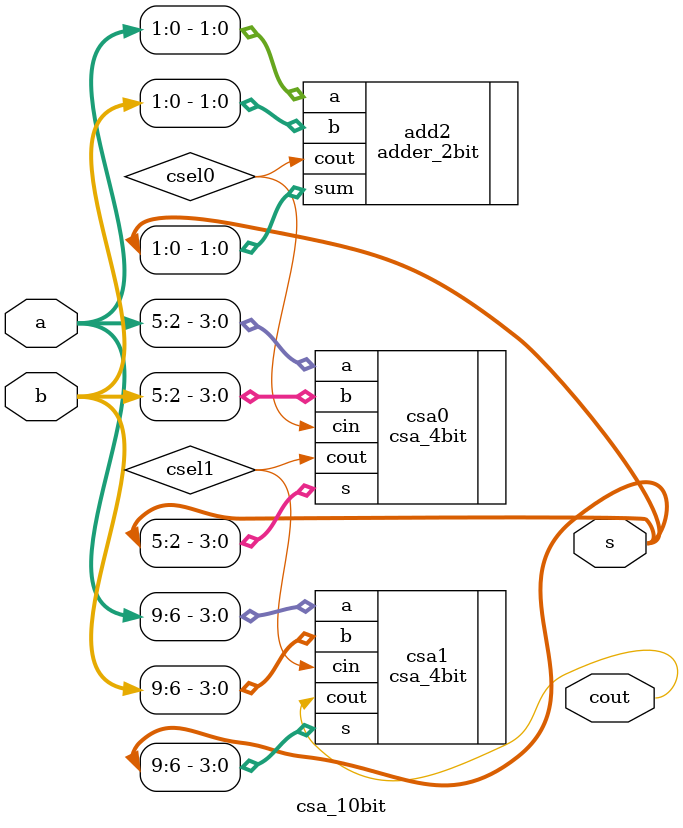
<source format=v>
module csa_10bit (
	input [9:0]a,b,
	output cout,
	output [9:0]s
	);

adder_2bit add2(
	.a(a[1:0]),
	.b(b[1:0]),
	.sum(s[1:0]),
	.cout(csel0)
	);

csa_4bit csa0(
	.a(a[5:2]),
	.b(b[5:2]),
	.cin(csel0),
	.s(s[5:2]),
	.cout(csel1)
	);

csa_4bit csa1(
	.a(a[9:6]),
	.b(b[9:6]),
	.cin(csel1),
	.s(s[9:6]),
	.cout(cout)
	);

endmodule 
</source>
